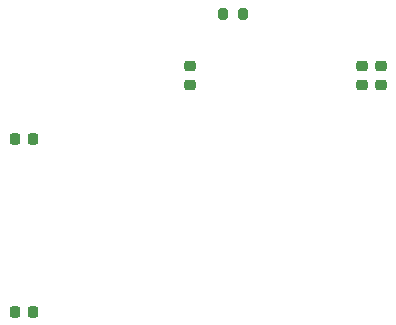
<source format=gbr>
%TF.GenerationSoftware,KiCad,Pcbnew,7.0.7*%
%TF.CreationDate,2023-11-07T21:09:30+00:00*%
%TF.ProjectId,clock_divider,636c6f63-6b5f-4646-9976-696465722e6b,rev?*%
%TF.SameCoordinates,Original*%
%TF.FileFunction,Paste,Bot*%
%TF.FilePolarity,Positive*%
%FSLAX46Y46*%
G04 Gerber Fmt 4.6, Leading zero omitted, Abs format (unit mm)*
G04 Created by KiCad (PCBNEW 7.0.7) date 2023-11-07 21:09:30*
%MOMM*%
%LPD*%
G01*
G04 APERTURE LIST*
G04 Aperture macros list*
%AMRoundRect*
0 Rectangle with rounded corners*
0 $1 Rounding radius*
0 $2 $3 $4 $5 $6 $7 $8 $9 X,Y pos of 4 corners*
0 Add a 4 corners polygon primitive as box body*
4,1,4,$2,$3,$4,$5,$6,$7,$8,$9,$2,$3,0*
0 Add four circle primitives for the rounded corners*
1,1,$1+$1,$2,$3*
1,1,$1+$1,$4,$5*
1,1,$1+$1,$6,$7*
1,1,$1+$1,$8,$9*
0 Add four rect primitives between the rounded corners*
20,1,$1+$1,$2,$3,$4,$5,0*
20,1,$1+$1,$4,$5,$6,$7,0*
20,1,$1+$1,$6,$7,$8,$9,0*
20,1,$1+$1,$8,$9,$2,$3,0*%
G04 Aperture macros list end*
%ADD10RoundRect,0.225000X-0.250000X0.225000X-0.250000X-0.225000X0.250000X-0.225000X0.250000X0.225000X0*%
%ADD11RoundRect,0.225000X0.225000X0.250000X-0.225000X0.250000X-0.225000X-0.250000X0.225000X-0.250000X0*%
%ADD12RoundRect,0.200000X-0.200000X-0.275000X0.200000X-0.275000X0.200000X0.275000X-0.200000X0.275000X0*%
G04 APERTURE END LIST*
D10*
%TO.C,C3*%
X162840000Y-70225000D03*
X162840000Y-71775000D03*
%TD*%
%TO.C,C6*%
X164420000Y-70225000D03*
X164420000Y-71775000D03*
%TD*%
%TO.C,C8*%
X148270000Y-70225000D03*
X148270000Y-71775000D03*
%TD*%
D11*
%TO.C,C2*%
X134975000Y-90990000D03*
X133425000Y-90990000D03*
%TD*%
%TO.C,C1*%
X134955000Y-76380000D03*
X133405000Y-76380000D03*
%TD*%
D12*
%TO.C,R10*%
X151065000Y-65750000D03*
X152715000Y-65750000D03*
%TD*%
M02*

</source>
